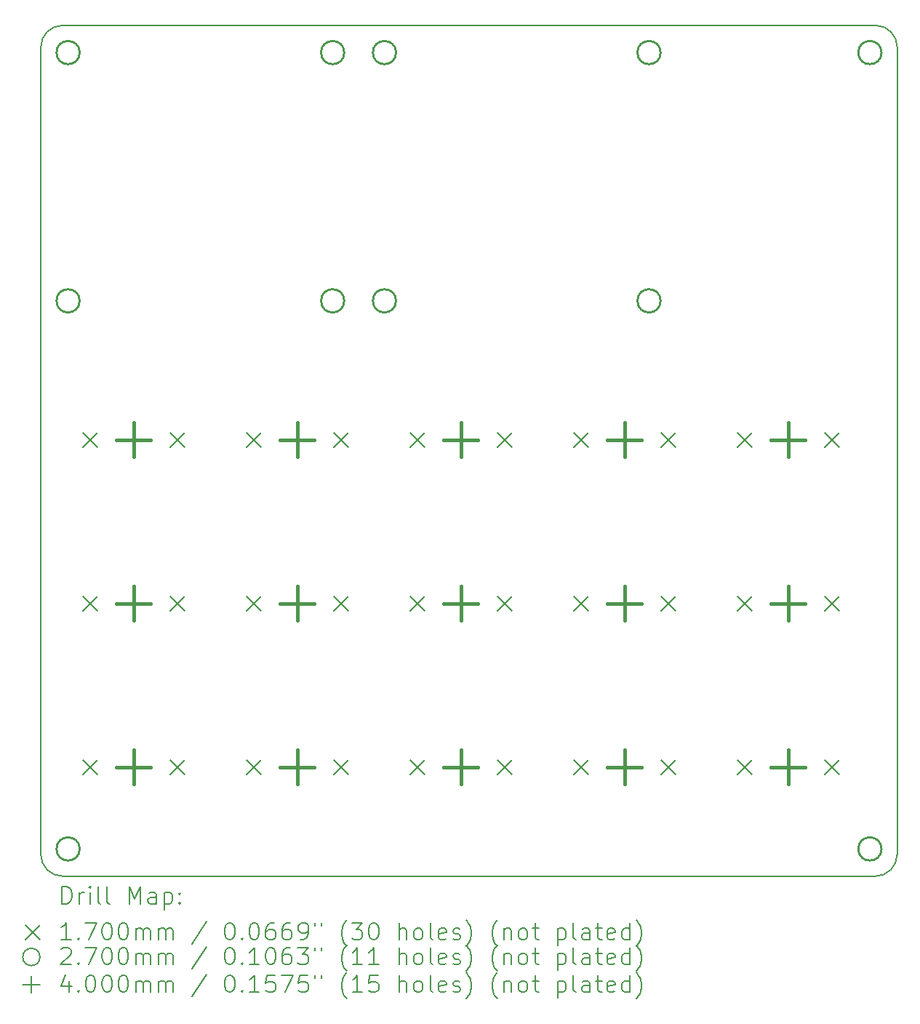
<source format=gbr>
%TF.GenerationSoftware,KiCad,Pcbnew,(6.0.9)*%
%TF.CreationDate,2022-12-25T13:59:37+01:00*%
%TF.ProjectId,FireKey,46697265-4b65-4792-9e6b-696361645f70,1.0.0*%
%TF.SameCoordinates,Original*%
%TF.FileFunction,Drillmap*%
%TF.FilePolarity,Positive*%
%FSLAX45Y45*%
G04 Gerber Fmt 4.5, Leading zero omitted, Abs format (unit mm)*
G04 Created by KiCad (PCBNEW (6.0.9)) date 2022-12-25 13:59:37*
%MOMM*%
%LPD*%
G01*
G04 APERTURE LIST*
%ADD10C,0.200000*%
%ADD11C,0.170000*%
%ADD12C,0.270000*%
%ADD13C,0.400000*%
G04 APERTURE END LIST*
D10*
X24955500Y-3810000D02*
X15494000Y-3810000D01*
X24955500Y-13716000D02*
X15494000Y-13716000D01*
X15240000Y-13462000D02*
G75*
G03*
X15494000Y-13716000I254000J0D01*
G01*
X24955500Y-13716000D02*
G75*
G03*
X25209500Y-13462000I0J254000D01*
G01*
X25209500Y-4064000D02*
G75*
G03*
X24955500Y-3810000I-254000J0D01*
G01*
X15494000Y-3810000D02*
G75*
G03*
X15240000Y-4064000I0J-254000D01*
G01*
X25209500Y-4064000D02*
X25209500Y-13462000D01*
X15240000Y-13462000D02*
X15240000Y-4064000D01*
D11*
X15726500Y-8551000D02*
X15896500Y-8721000D01*
X15896500Y-8551000D02*
X15726500Y-8721000D01*
X15726500Y-10456000D02*
X15896500Y-10626000D01*
X15896500Y-10456000D02*
X15726500Y-10626000D01*
X15726500Y-12361000D02*
X15896500Y-12531000D01*
X15896500Y-12361000D02*
X15726500Y-12531000D01*
X16742500Y-8551000D02*
X16912500Y-8721000D01*
X16912500Y-8551000D02*
X16742500Y-8721000D01*
X16742500Y-10456000D02*
X16912500Y-10626000D01*
X16912500Y-10456000D02*
X16742500Y-10626000D01*
X16742500Y-12361000D02*
X16912500Y-12531000D01*
X16912500Y-12361000D02*
X16742500Y-12531000D01*
X17631500Y-8551000D02*
X17801500Y-8721000D01*
X17801500Y-8551000D02*
X17631500Y-8721000D01*
X17631500Y-10456000D02*
X17801500Y-10626000D01*
X17801500Y-10456000D02*
X17631500Y-10626000D01*
X17631500Y-12361000D02*
X17801500Y-12531000D01*
X17801500Y-12361000D02*
X17631500Y-12531000D01*
X18647500Y-8551000D02*
X18817500Y-8721000D01*
X18817500Y-8551000D02*
X18647500Y-8721000D01*
X18647500Y-10456000D02*
X18817500Y-10626000D01*
X18817500Y-10456000D02*
X18647500Y-10626000D01*
X18647500Y-12361000D02*
X18817500Y-12531000D01*
X18817500Y-12361000D02*
X18647500Y-12531000D01*
X19536500Y-8551000D02*
X19706500Y-8721000D01*
X19706500Y-8551000D02*
X19536500Y-8721000D01*
X19536500Y-10456000D02*
X19706500Y-10626000D01*
X19706500Y-10456000D02*
X19536500Y-10626000D01*
X19536500Y-12361000D02*
X19706500Y-12531000D01*
X19706500Y-12361000D02*
X19536500Y-12531000D01*
X20552500Y-8551000D02*
X20722500Y-8721000D01*
X20722500Y-8551000D02*
X20552500Y-8721000D01*
X20552500Y-10456000D02*
X20722500Y-10626000D01*
X20722500Y-10456000D02*
X20552500Y-10626000D01*
X20552500Y-12361000D02*
X20722500Y-12531000D01*
X20722500Y-12361000D02*
X20552500Y-12531000D01*
X21441500Y-8551000D02*
X21611500Y-8721000D01*
X21611500Y-8551000D02*
X21441500Y-8721000D01*
X21441500Y-10456000D02*
X21611500Y-10626000D01*
X21611500Y-10456000D02*
X21441500Y-10626000D01*
X21441500Y-12361000D02*
X21611500Y-12531000D01*
X21611500Y-12361000D02*
X21441500Y-12531000D01*
X22457500Y-8551000D02*
X22627500Y-8721000D01*
X22627500Y-8551000D02*
X22457500Y-8721000D01*
X22457500Y-10456000D02*
X22627500Y-10626000D01*
X22627500Y-10456000D02*
X22457500Y-10626000D01*
X22457500Y-12361000D02*
X22627500Y-12531000D01*
X22627500Y-12361000D02*
X22457500Y-12531000D01*
X23346500Y-8551000D02*
X23516500Y-8721000D01*
X23516500Y-8551000D02*
X23346500Y-8721000D01*
X23346500Y-10456000D02*
X23516500Y-10626000D01*
X23516500Y-10456000D02*
X23346500Y-10626000D01*
X23346500Y-12361000D02*
X23516500Y-12531000D01*
X23516500Y-12361000D02*
X23346500Y-12531000D01*
X24362500Y-8551000D02*
X24532500Y-8721000D01*
X24532500Y-8551000D02*
X24362500Y-8721000D01*
X24362500Y-10456000D02*
X24532500Y-10626000D01*
X24532500Y-10456000D02*
X24362500Y-10626000D01*
X24362500Y-12361000D02*
X24532500Y-12531000D01*
X24532500Y-12361000D02*
X24362500Y-12531000D01*
D12*
X15692500Y-4127500D02*
G75*
G03*
X15692500Y-4127500I-135000J0D01*
G01*
X15692500Y-7017500D02*
G75*
G03*
X15692500Y-7017500I-135000J0D01*
G01*
X15692500Y-13398500D02*
G75*
G03*
X15692500Y-13398500I-135000J0D01*
G01*
X18772500Y-4127500D02*
G75*
G03*
X18772500Y-4127500I-135000J0D01*
G01*
X18772500Y-7017500D02*
G75*
G03*
X18772500Y-7017500I-135000J0D01*
G01*
X19375500Y-4127500D02*
G75*
G03*
X19375500Y-4127500I-135000J0D01*
G01*
X19375500Y-7017500D02*
G75*
G03*
X19375500Y-7017500I-135000J0D01*
G01*
X22455500Y-4127500D02*
G75*
G03*
X22455500Y-4127500I-135000J0D01*
G01*
X22455500Y-7017500D02*
G75*
G03*
X22455500Y-7017500I-135000J0D01*
G01*
X25027000Y-4127500D02*
G75*
G03*
X25027000Y-4127500I-135000J0D01*
G01*
X25027000Y-13398500D02*
G75*
G03*
X25027000Y-13398500I-135000J0D01*
G01*
D13*
X16319500Y-8436000D02*
X16319500Y-8836000D01*
X16119500Y-8636000D02*
X16519500Y-8636000D01*
X16319500Y-10341000D02*
X16319500Y-10741000D01*
X16119500Y-10541000D02*
X16519500Y-10541000D01*
X16319500Y-12246000D02*
X16319500Y-12646000D01*
X16119500Y-12446000D02*
X16519500Y-12446000D01*
X18224500Y-8436000D02*
X18224500Y-8836000D01*
X18024500Y-8636000D02*
X18424500Y-8636000D01*
X18224500Y-10341000D02*
X18224500Y-10741000D01*
X18024500Y-10541000D02*
X18424500Y-10541000D01*
X18224500Y-12246000D02*
X18224500Y-12646000D01*
X18024500Y-12446000D02*
X18424500Y-12446000D01*
X20129500Y-8436000D02*
X20129500Y-8836000D01*
X19929500Y-8636000D02*
X20329500Y-8636000D01*
X20129500Y-10341000D02*
X20129500Y-10741000D01*
X19929500Y-10541000D02*
X20329500Y-10541000D01*
X20129500Y-12246000D02*
X20129500Y-12646000D01*
X19929500Y-12446000D02*
X20329500Y-12446000D01*
X22034500Y-8436000D02*
X22034500Y-8836000D01*
X21834500Y-8636000D02*
X22234500Y-8636000D01*
X22034500Y-10341000D02*
X22034500Y-10741000D01*
X21834500Y-10541000D02*
X22234500Y-10541000D01*
X22034500Y-12246000D02*
X22034500Y-12646000D01*
X21834500Y-12446000D02*
X22234500Y-12446000D01*
X23939500Y-8436000D02*
X23939500Y-8836000D01*
X23739500Y-8636000D02*
X24139500Y-8636000D01*
X23939500Y-10341000D02*
X23939500Y-10741000D01*
X23739500Y-10541000D02*
X24139500Y-10541000D01*
X23939500Y-12246000D02*
X23939500Y-12646000D01*
X23739500Y-12446000D02*
X24139500Y-12446000D01*
D10*
X15487619Y-14036476D02*
X15487619Y-13836476D01*
X15535238Y-13836476D01*
X15563809Y-13846000D01*
X15582857Y-13865048D01*
X15592381Y-13884095D01*
X15601905Y-13922190D01*
X15601905Y-13950762D01*
X15592381Y-13988857D01*
X15582857Y-14007905D01*
X15563809Y-14026952D01*
X15535238Y-14036476D01*
X15487619Y-14036476D01*
X15687619Y-14036476D02*
X15687619Y-13903143D01*
X15687619Y-13941238D02*
X15697143Y-13922190D01*
X15706667Y-13912667D01*
X15725714Y-13903143D01*
X15744762Y-13903143D01*
X15811428Y-14036476D02*
X15811428Y-13903143D01*
X15811428Y-13836476D02*
X15801905Y-13846000D01*
X15811428Y-13855524D01*
X15820952Y-13846000D01*
X15811428Y-13836476D01*
X15811428Y-13855524D01*
X15935238Y-14036476D02*
X15916190Y-14026952D01*
X15906667Y-14007905D01*
X15906667Y-13836476D01*
X16040000Y-14036476D02*
X16020952Y-14026952D01*
X16011428Y-14007905D01*
X16011428Y-13836476D01*
X16268571Y-14036476D02*
X16268571Y-13836476D01*
X16335238Y-13979333D01*
X16401905Y-13836476D01*
X16401905Y-14036476D01*
X16582857Y-14036476D02*
X16582857Y-13931714D01*
X16573333Y-13912667D01*
X16554286Y-13903143D01*
X16516190Y-13903143D01*
X16497143Y-13912667D01*
X16582857Y-14026952D02*
X16563809Y-14036476D01*
X16516190Y-14036476D01*
X16497143Y-14026952D01*
X16487619Y-14007905D01*
X16487619Y-13988857D01*
X16497143Y-13969809D01*
X16516190Y-13960286D01*
X16563809Y-13960286D01*
X16582857Y-13950762D01*
X16678095Y-13903143D02*
X16678095Y-14103143D01*
X16678095Y-13912667D02*
X16697143Y-13903143D01*
X16735238Y-13903143D01*
X16754286Y-13912667D01*
X16763809Y-13922190D01*
X16773333Y-13941238D01*
X16773333Y-13998381D01*
X16763809Y-14017428D01*
X16754286Y-14026952D01*
X16735238Y-14036476D01*
X16697143Y-14036476D01*
X16678095Y-14026952D01*
X16859048Y-14017428D02*
X16868571Y-14026952D01*
X16859048Y-14036476D01*
X16849524Y-14026952D01*
X16859048Y-14017428D01*
X16859048Y-14036476D01*
X16859048Y-13912667D02*
X16868571Y-13922190D01*
X16859048Y-13931714D01*
X16849524Y-13922190D01*
X16859048Y-13912667D01*
X16859048Y-13931714D01*
D11*
X15060000Y-14281000D02*
X15230000Y-14451000D01*
X15230000Y-14281000D02*
X15060000Y-14451000D01*
D10*
X15592381Y-14456476D02*
X15478095Y-14456476D01*
X15535238Y-14456476D02*
X15535238Y-14256476D01*
X15516190Y-14285048D01*
X15497143Y-14304095D01*
X15478095Y-14313619D01*
X15678095Y-14437428D02*
X15687619Y-14446952D01*
X15678095Y-14456476D01*
X15668571Y-14446952D01*
X15678095Y-14437428D01*
X15678095Y-14456476D01*
X15754286Y-14256476D02*
X15887619Y-14256476D01*
X15801905Y-14456476D01*
X16001905Y-14256476D02*
X16020952Y-14256476D01*
X16040000Y-14266000D01*
X16049524Y-14275524D01*
X16059048Y-14294571D01*
X16068571Y-14332667D01*
X16068571Y-14380286D01*
X16059048Y-14418381D01*
X16049524Y-14437428D01*
X16040000Y-14446952D01*
X16020952Y-14456476D01*
X16001905Y-14456476D01*
X15982857Y-14446952D01*
X15973333Y-14437428D01*
X15963809Y-14418381D01*
X15954286Y-14380286D01*
X15954286Y-14332667D01*
X15963809Y-14294571D01*
X15973333Y-14275524D01*
X15982857Y-14266000D01*
X16001905Y-14256476D01*
X16192381Y-14256476D02*
X16211428Y-14256476D01*
X16230476Y-14266000D01*
X16240000Y-14275524D01*
X16249524Y-14294571D01*
X16259048Y-14332667D01*
X16259048Y-14380286D01*
X16249524Y-14418381D01*
X16240000Y-14437428D01*
X16230476Y-14446952D01*
X16211428Y-14456476D01*
X16192381Y-14456476D01*
X16173333Y-14446952D01*
X16163809Y-14437428D01*
X16154286Y-14418381D01*
X16144762Y-14380286D01*
X16144762Y-14332667D01*
X16154286Y-14294571D01*
X16163809Y-14275524D01*
X16173333Y-14266000D01*
X16192381Y-14256476D01*
X16344762Y-14456476D02*
X16344762Y-14323143D01*
X16344762Y-14342190D02*
X16354286Y-14332667D01*
X16373333Y-14323143D01*
X16401905Y-14323143D01*
X16420952Y-14332667D01*
X16430476Y-14351714D01*
X16430476Y-14456476D01*
X16430476Y-14351714D02*
X16440000Y-14332667D01*
X16459048Y-14323143D01*
X16487619Y-14323143D01*
X16506667Y-14332667D01*
X16516190Y-14351714D01*
X16516190Y-14456476D01*
X16611428Y-14456476D02*
X16611428Y-14323143D01*
X16611428Y-14342190D02*
X16620952Y-14332667D01*
X16640000Y-14323143D01*
X16668571Y-14323143D01*
X16687619Y-14332667D01*
X16697143Y-14351714D01*
X16697143Y-14456476D01*
X16697143Y-14351714D02*
X16706667Y-14332667D01*
X16725714Y-14323143D01*
X16754286Y-14323143D01*
X16773333Y-14332667D01*
X16782857Y-14351714D01*
X16782857Y-14456476D01*
X17173333Y-14246952D02*
X17001905Y-14504095D01*
X17430476Y-14256476D02*
X17449524Y-14256476D01*
X17468571Y-14266000D01*
X17478095Y-14275524D01*
X17487619Y-14294571D01*
X17497143Y-14332667D01*
X17497143Y-14380286D01*
X17487619Y-14418381D01*
X17478095Y-14437428D01*
X17468571Y-14446952D01*
X17449524Y-14456476D01*
X17430476Y-14456476D01*
X17411429Y-14446952D01*
X17401905Y-14437428D01*
X17392381Y-14418381D01*
X17382857Y-14380286D01*
X17382857Y-14332667D01*
X17392381Y-14294571D01*
X17401905Y-14275524D01*
X17411429Y-14266000D01*
X17430476Y-14256476D01*
X17582857Y-14437428D02*
X17592381Y-14446952D01*
X17582857Y-14456476D01*
X17573333Y-14446952D01*
X17582857Y-14437428D01*
X17582857Y-14456476D01*
X17716190Y-14256476D02*
X17735238Y-14256476D01*
X17754286Y-14266000D01*
X17763810Y-14275524D01*
X17773333Y-14294571D01*
X17782857Y-14332667D01*
X17782857Y-14380286D01*
X17773333Y-14418381D01*
X17763810Y-14437428D01*
X17754286Y-14446952D01*
X17735238Y-14456476D01*
X17716190Y-14456476D01*
X17697143Y-14446952D01*
X17687619Y-14437428D01*
X17678095Y-14418381D01*
X17668571Y-14380286D01*
X17668571Y-14332667D01*
X17678095Y-14294571D01*
X17687619Y-14275524D01*
X17697143Y-14266000D01*
X17716190Y-14256476D01*
X17954286Y-14256476D02*
X17916190Y-14256476D01*
X17897143Y-14266000D01*
X17887619Y-14275524D01*
X17868571Y-14304095D01*
X17859048Y-14342190D01*
X17859048Y-14418381D01*
X17868571Y-14437428D01*
X17878095Y-14446952D01*
X17897143Y-14456476D01*
X17935238Y-14456476D01*
X17954286Y-14446952D01*
X17963810Y-14437428D01*
X17973333Y-14418381D01*
X17973333Y-14370762D01*
X17963810Y-14351714D01*
X17954286Y-14342190D01*
X17935238Y-14332667D01*
X17897143Y-14332667D01*
X17878095Y-14342190D01*
X17868571Y-14351714D01*
X17859048Y-14370762D01*
X18144762Y-14256476D02*
X18106667Y-14256476D01*
X18087619Y-14266000D01*
X18078095Y-14275524D01*
X18059048Y-14304095D01*
X18049524Y-14342190D01*
X18049524Y-14418381D01*
X18059048Y-14437428D01*
X18068571Y-14446952D01*
X18087619Y-14456476D01*
X18125714Y-14456476D01*
X18144762Y-14446952D01*
X18154286Y-14437428D01*
X18163810Y-14418381D01*
X18163810Y-14370762D01*
X18154286Y-14351714D01*
X18144762Y-14342190D01*
X18125714Y-14332667D01*
X18087619Y-14332667D01*
X18068571Y-14342190D01*
X18059048Y-14351714D01*
X18049524Y-14370762D01*
X18259048Y-14456476D02*
X18297143Y-14456476D01*
X18316190Y-14446952D01*
X18325714Y-14437428D01*
X18344762Y-14408857D01*
X18354286Y-14370762D01*
X18354286Y-14294571D01*
X18344762Y-14275524D01*
X18335238Y-14266000D01*
X18316190Y-14256476D01*
X18278095Y-14256476D01*
X18259048Y-14266000D01*
X18249524Y-14275524D01*
X18240000Y-14294571D01*
X18240000Y-14342190D01*
X18249524Y-14361238D01*
X18259048Y-14370762D01*
X18278095Y-14380286D01*
X18316190Y-14380286D01*
X18335238Y-14370762D01*
X18344762Y-14361238D01*
X18354286Y-14342190D01*
X18430476Y-14256476D02*
X18430476Y-14294571D01*
X18506667Y-14256476D02*
X18506667Y-14294571D01*
X18801905Y-14532667D02*
X18792381Y-14523143D01*
X18773333Y-14494571D01*
X18763810Y-14475524D01*
X18754286Y-14446952D01*
X18744762Y-14399333D01*
X18744762Y-14361238D01*
X18754286Y-14313619D01*
X18763810Y-14285048D01*
X18773333Y-14266000D01*
X18792381Y-14237428D01*
X18801905Y-14227905D01*
X18859048Y-14256476D02*
X18982857Y-14256476D01*
X18916190Y-14332667D01*
X18944762Y-14332667D01*
X18963810Y-14342190D01*
X18973333Y-14351714D01*
X18982857Y-14370762D01*
X18982857Y-14418381D01*
X18973333Y-14437428D01*
X18963810Y-14446952D01*
X18944762Y-14456476D01*
X18887619Y-14456476D01*
X18868571Y-14446952D01*
X18859048Y-14437428D01*
X19106667Y-14256476D02*
X19125714Y-14256476D01*
X19144762Y-14266000D01*
X19154286Y-14275524D01*
X19163810Y-14294571D01*
X19173333Y-14332667D01*
X19173333Y-14380286D01*
X19163810Y-14418381D01*
X19154286Y-14437428D01*
X19144762Y-14446952D01*
X19125714Y-14456476D01*
X19106667Y-14456476D01*
X19087619Y-14446952D01*
X19078095Y-14437428D01*
X19068571Y-14418381D01*
X19059048Y-14380286D01*
X19059048Y-14332667D01*
X19068571Y-14294571D01*
X19078095Y-14275524D01*
X19087619Y-14266000D01*
X19106667Y-14256476D01*
X19411429Y-14456476D02*
X19411429Y-14256476D01*
X19497143Y-14456476D02*
X19497143Y-14351714D01*
X19487619Y-14332667D01*
X19468571Y-14323143D01*
X19440000Y-14323143D01*
X19420952Y-14332667D01*
X19411429Y-14342190D01*
X19620952Y-14456476D02*
X19601905Y-14446952D01*
X19592381Y-14437428D01*
X19582857Y-14418381D01*
X19582857Y-14361238D01*
X19592381Y-14342190D01*
X19601905Y-14332667D01*
X19620952Y-14323143D01*
X19649524Y-14323143D01*
X19668571Y-14332667D01*
X19678095Y-14342190D01*
X19687619Y-14361238D01*
X19687619Y-14418381D01*
X19678095Y-14437428D01*
X19668571Y-14446952D01*
X19649524Y-14456476D01*
X19620952Y-14456476D01*
X19801905Y-14456476D02*
X19782857Y-14446952D01*
X19773333Y-14427905D01*
X19773333Y-14256476D01*
X19954286Y-14446952D02*
X19935238Y-14456476D01*
X19897143Y-14456476D01*
X19878095Y-14446952D01*
X19868571Y-14427905D01*
X19868571Y-14351714D01*
X19878095Y-14332667D01*
X19897143Y-14323143D01*
X19935238Y-14323143D01*
X19954286Y-14332667D01*
X19963810Y-14351714D01*
X19963810Y-14370762D01*
X19868571Y-14389809D01*
X20040000Y-14446952D02*
X20059048Y-14456476D01*
X20097143Y-14456476D01*
X20116190Y-14446952D01*
X20125714Y-14427905D01*
X20125714Y-14418381D01*
X20116190Y-14399333D01*
X20097143Y-14389809D01*
X20068571Y-14389809D01*
X20049524Y-14380286D01*
X20040000Y-14361238D01*
X20040000Y-14351714D01*
X20049524Y-14332667D01*
X20068571Y-14323143D01*
X20097143Y-14323143D01*
X20116190Y-14332667D01*
X20192381Y-14532667D02*
X20201905Y-14523143D01*
X20220952Y-14494571D01*
X20230476Y-14475524D01*
X20240000Y-14446952D01*
X20249524Y-14399333D01*
X20249524Y-14361238D01*
X20240000Y-14313619D01*
X20230476Y-14285048D01*
X20220952Y-14266000D01*
X20201905Y-14237428D01*
X20192381Y-14227905D01*
X20554286Y-14532667D02*
X20544762Y-14523143D01*
X20525714Y-14494571D01*
X20516190Y-14475524D01*
X20506667Y-14446952D01*
X20497143Y-14399333D01*
X20497143Y-14361238D01*
X20506667Y-14313619D01*
X20516190Y-14285048D01*
X20525714Y-14266000D01*
X20544762Y-14237428D01*
X20554286Y-14227905D01*
X20630476Y-14323143D02*
X20630476Y-14456476D01*
X20630476Y-14342190D02*
X20640000Y-14332667D01*
X20659048Y-14323143D01*
X20687619Y-14323143D01*
X20706667Y-14332667D01*
X20716190Y-14351714D01*
X20716190Y-14456476D01*
X20840000Y-14456476D02*
X20820952Y-14446952D01*
X20811429Y-14437428D01*
X20801905Y-14418381D01*
X20801905Y-14361238D01*
X20811429Y-14342190D01*
X20820952Y-14332667D01*
X20840000Y-14323143D01*
X20868571Y-14323143D01*
X20887619Y-14332667D01*
X20897143Y-14342190D01*
X20906667Y-14361238D01*
X20906667Y-14418381D01*
X20897143Y-14437428D01*
X20887619Y-14446952D01*
X20868571Y-14456476D01*
X20840000Y-14456476D01*
X20963810Y-14323143D02*
X21040000Y-14323143D01*
X20992381Y-14256476D02*
X20992381Y-14427905D01*
X21001905Y-14446952D01*
X21020952Y-14456476D01*
X21040000Y-14456476D01*
X21259048Y-14323143D02*
X21259048Y-14523143D01*
X21259048Y-14332667D02*
X21278095Y-14323143D01*
X21316190Y-14323143D01*
X21335238Y-14332667D01*
X21344762Y-14342190D01*
X21354286Y-14361238D01*
X21354286Y-14418381D01*
X21344762Y-14437428D01*
X21335238Y-14446952D01*
X21316190Y-14456476D01*
X21278095Y-14456476D01*
X21259048Y-14446952D01*
X21468571Y-14456476D02*
X21449524Y-14446952D01*
X21440000Y-14427905D01*
X21440000Y-14256476D01*
X21630476Y-14456476D02*
X21630476Y-14351714D01*
X21620952Y-14332667D01*
X21601905Y-14323143D01*
X21563810Y-14323143D01*
X21544762Y-14332667D01*
X21630476Y-14446952D02*
X21611429Y-14456476D01*
X21563810Y-14456476D01*
X21544762Y-14446952D01*
X21535238Y-14427905D01*
X21535238Y-14408857D01*
X21544762Y-14389809D01*
X21563810Y-14380286D01*
X21611429Y-14380286D01*
X21630476Y-14370762D01*
X21697143Y-14323143D02*
X21773333Y-14323143D01*
X21725714Y-14256476D02*
X21725714Y-14427905D01*
X21735238Y-14446952D01*
X21754286Y-14456476D01*
X21773333Y-14456476D01*
X21916190Y-14446952D02*
X21897143Y-14456476D01*
X21859048Y-14456476D01*
X21840000Y-14446952D01*
X21830476Y-14427905D01*
X21830476Y-14351714D01*
X21840000Y-14332667D01*
X21859048Y-14323143D01*
X21897143Y-14323143D01*
X21916190Y-14332667D01*
X21925714Y-14351714D01*
X21925714Y-14370762D01*
X21830476Y-14389809D01*
X22097143Y-14456476D02*
X22097143Y-14256476D01*
X22097143Y-14446952D02*
X22078095Y-14456476D01*
X22040000Y-14456476D01*
X22020952Y-14446952D01*
X22011429Y-14437428D01*
X22001905Y-14418381D01*
X22001905Y-14361238D01*
X22011429Y-14342190D01*
X22020952Y-14332667D01*
X22040000Y-14323143D01*
X22078095Y-14323143D01*
X22097143Y-14332667D01*
X22173333Y-14532667D02*
X22182857Y-14523143D01*
X22201905Y-14494571D01*
X22211429Y-14475524D01*
X22220952Y-14446952D01*
X22230476Y-14399333D01*
X22230476Y-14361238D01*
X22220952Y-14313619D01*
X22211429Y-14285048D01*
X22201905Y-14266000D01*
X22182857Y-14237428D01*
X22173333Y-14227905D01*
X15230000Y-14656000D02*
G75*
G03*
X15230000Y-14656000I-100000J0D01*
G01*
X15478095Y-14565524D02*
X15487619Y-14556000D01*
X15506667Y-14546476D01*
X15554286Y-14546476D01*
X15573333Y-14556000D01*
X15582857Y-14565524D01*
X15592381Y-14584571D01*
X15592381Y-14603619D01*
X15582857Y-14632190D01*
X15468571Y-14746476D01*
X15592381Y-14746476D01*
X15678095Y-14727428D02*
X15687619Y-14736952D01*
X15678095Y-14746476D01*
X15668571Y-14736952D01*
X15678095Y-14727428D01*
X15678095Y-14746476D01*
X15754286Y-14546476D02*
X15887619Y-14546476D01*
X15801905Y-14746476D01*
X16001905Y-14546476D02*
X16020952Y-14546476D01*
X16040000Y-14556000D01*
X16049524Y-14565524D01*
X16059048Y-14584571D01*
X16068571Y-14622667D01*
X16068571Y-14670286D01*
X16059048Y-14708381D01*
X16049524Y-14727428D01*
X16040000Y-14736952D01*
X16020952Y-14746476D01*
X16001905Y-14746476D01*
X15982857Y-14736952D01*
X15973333Y-14727428D01*
X15963809Y-14708381D01*
X15954286Y-14670286D01*
X15954286Y-14622667D01*
X15963809Y-14584571D01*
X15973333Y-14565524D01*
X15982857Y-14556000D01*
X16001905Y-14546476D01*
X16192381Y-14546476D02*
X16211428Y-14546476D01*
X16230476Y-14556000D01*
X16240000Y-14565524D01*
X16249524Y-14584571D01*
X16259048Y-14622667D01*
X16259048Y-14670286D01*
X16249524Y-14708381D01*
X16240000Y-14727428D01*
X16230476Y-14736952D01*
X16211428Y-14746476D01*
X16192381Y-14746476D01*
X16173333Y-14736952D01*
X16163809Y-14727428D01*
X16154286Y-14708381D01*
X16144762Y-14670286D01*
X16144762Y-14622667D01*
X16154286Y-14584571D01*
X16163809Y-14565524D01*
X16173333Y-14556000D01*
X16192381Y-14546476D01*
X16344762Y-14746476D02*
X16344762Y-14613143D01*
X16344762Y-14632190D02*
X16354286Y-14622667D01*
X16373333Y-14613143D01*
X16401905Y-14613143D01*
X16420952Y-14622667D01*
X16430476Y-14641714D01*
X16430476Y-14746476D01*
X16430476Y-14641714D02*
X16440000Y-14622667D01*
X16459048Y-14613143D01*
X16487619Y-14613143D01*
X16506667Y-14622667D01*
X16516190Y-14641714D01*
X16516190Y-14746476D01*
X16611428Y-14746476D02*
X16611428Y-14613143D01*
X16611428Y-14632190D02*
X16620952Y-14622667D01*
X16640000Y-14613143D01*
X16668571Y-14613143D01*
X16687619Y-14622667D01*
X16697143Y-14641714D01*
X16697143Y-14746476D01*
X16697143Y-14641714D02*
X16706667Y-14622667D01*
X16725714Y-14613143D01*
X16754286Y-14613143D01*
X16773333Y-14622667D01*
X16782857Y-14641714D01*
X16782857Y-14746476D01*
X17173333Y-14536952D02*
X17001905Y-14794095D01*
X17430476Y-14546476D02*
X17449524Y-14546476D01*
X17468571Y-14556000D01*
X17478095Y-14565524D01*
X17487619Y-14584571D01*
X17497143Y-14622667D01*
X17497143Y-14670286D01*
X17487619Y-14708381D01*
X17478095Y-14727428D01*
X17468571Y-14736952D01*
X17449524Y-14746476D01*
X17430476Y-14746476D01*
X17411429Y-14736952D01*
X17401905Y-14727428D01*
X17392381Y-14708381D01*
X17382857Y-14670286D01*
X17382857Y-14622667D01*
X17392381Y-14584571D01*
X17401905Y-14565524D01*
X17411429Y-14556000D01*
X17430476Y-14546476D01*
X17582857Y-14727428D02*
X17592381Y-14736952D01*
X17582857Y-14746476D01*
X17573333Y-14736952D01*
X17582857Y-14727428D01*
X17582857Y-14746476D01*
X17782857Y-14746476D02*
X17668571Y-14746476D01*
X17725714Y-14746476D02*
X17725714Y-14546476D01*
X17706667Y-14575048D01*
X17687619Y-14594095D01*
X17668571Y-14603619D01*
X17906667Y-14546476D02*
X17925714Y-14546476D01*
X17944762Y-14556000D01*
X17954286Y-14565524D01*
X17963810Y-14584571D01*
X17973333Y-14622667D01*
X17973333Y-14670286D01*
X17963810Y-14708381D01*
X17954286Y-14727428D01*
X17944762Y-14736952D01*
X17925714Y-14746476D01*
X17906667Y-14746476D01*
X17887619Y-14736952D01*
X17878095Y-14727428D01*
X17868571Y-14708381D01*
X17859048Y-14670286D01*
X17859048Y-14622667D01*
X17868571Y-14584571D01*
X17878095Y-14565524D01*
X17887619Y-14556000D01*
X17906667Y-14546476D01*
X18144762Y-14546476D02*
X18106667Y-14546476D01*
X18087619Y-14556000D01*
X18078095Y-14565524D01*
X18059048Y-14594095D01*
X18049524Y-14632190D01*
X18049524Y-14708381D01*
X18059048Y-14727428D01*
X18068571Y-14736952D01*
X18087619Y-14746476D01*
X18125714Y-14746476D01*
X18144762Y-14736952D01*
X18154286Y-14727428D01*
X18163810Y-14708381D01*
X18163810Y-14660762D01*
X18154286Y-14641714D01*
X18144762Y-14632190D01*
X18125714Y-14622667D01*
X18087619Y-14622667D01*
X18068571Y-14632190D01*
X18059048Y-14641714D01*
X18049524Y-14660762D01*
X18230476Y-14546476D02*
X18354286Y-14546476D01*
X18287619Y-14622667D01*
X18316190Y-14622667D01*
X18335238Y-14632190D01*
X18344762Y-14641714D01*
X18354286Y-14660762D01*
X18354286Y-14708381D01*
X18344762Y-14727428D01*
X18335238Y-14736952D01*
X18316190Y-14746476D01*
X18259048Y-14746476D01*
X18240000Y-14736952D01*
X18230476Y-14727428D01*
X18430476Y-14546476D02*
X18430476Y-14584571D01*
X18506667Y-14546476D02*
X18506667Y-14584571D01*
X18801905Y-14822667D02*
X18792381Y-14813143D01*
X18773333Y-14784571D01*
X18763810Y-14765524D01*
X18754286Y-14736952D01*
X18744762Y-14689333D01*
X18744762Y-14651238D01*
X18754286Y-14603619D01*
X18763810Y-14575048D01*
X18773333Y-14556000D01*
X18792381Y-14527428D01*
X18801905Y-14517905D01*
X18982857Y-14746476D02*
X18868571Y-14746476D01*
X18925714Y-14746476D02*
X18925714Y-14546476D01*
X18906667Y-14575048D01*
X18887619Y-14594095D01*
X18868571Y-14603619D01*
X19173333Y-14746476D02*
X19059048Y-14746476D01*
X19116190Y-14746476D02*
X19116190Y-14546476D01*
X19097143Y-14575048D01*
X19078095Y-14594095D01*
X19059048Y-14603619D01*
X19411429Y-14746476D02*
X19411429Y-14546476D01*
X19497143Y-14746476D02*
X19497143Y-14641714D01*
X19487619Y-14622667D01*
X19468571Y-14613143D01*
X19440000Y-14613143D01*
X19420952Y-14622667D01*
X19411429Y-14632190D01*
X19620952Y-14746476D02*
X19601905Y-14736952D01*
X19592381Y-14727428D01*
X19582857Y-14708381D01*
X19582857Y-14651238D01*
X19592381Y-14632190D01*
X19601905Y-14622667D01*
X19620952Y-14613143D01*
X19649524Y-14613143D01*
X19668571Y-14622667D01*
X19678095Y-14632190D01*
X19687619Y-14651238D01*
X19687619Y-14708381D01*
X19678095Y-14727428D01*
X19668571Y-14736952D01*
X19649524Y-14746476D01*
X19620952Y-14746476D01*
X19801905Y-14746476D02*
X19782857Y-14736952D01*
X19773333Y-14717905D01*
X19773333Y-14546476D01*
X19954286Y-14736952D02*
X19935238Y-14746476D01*
X19897143Y-14746476D01*
X19878095Y-14736952D01*
X19868571Y-14717905D01*
X19868571Y-14641714D01*
X19878095Y-14622667D01*
X19897143Y-14613143D01*
X19935238Y-14613143D01*
X19954286Y-14622667D01*
X19963810Y-14641714D01*
X19963810Y-14660762D01*
X19868571Y-14679809D01*
X20040000Y-14736952D02*
X20059048Y-14746476D01*
X20097143Y-14746476D01*
X20116190Y-14736952D01*
X20125714Y-14717905D01*
X20125714Y-14708381D01*
X20116190Y-14689333D01*
X20097143Y-14679809D01*
X20068571Y-14679809D01*
X20049524Y-14670286D01*
X20040000Y-14651238D01*
X20040000Y-14641714D01*
X20049524Y-14622667D01*
X20068571Y-14613143D01*
X20097143Y-14613143D01*
X20116190Y-14622667D01*
X20192381Y-14822667D02*
X20201905Y-14813143D01*
X20220952Y-14784571D01*
X20230476Y-14765524D01*
X20240000Y-14736952D01*
X20249524Y-14689333D01*
X20249524Y-14651238D01*
X20240000Y-14603619D01*
X20230476Y-14575048D01*
X20220952Y-14556000D01*
X20201905Y-14527428D01*
X20192381Y-14517905D01*
X20554286Y-14822667D02*
X20544762Y-14813143D01*
X20525714Y-14784571D01*
X20516190Y-14765524D01*
X20506667Y-14736952D01*
X20497143Y-14689333D01*
X20497143Y-14651238D01*
X20506667Y-14603619D01*
X20516190Y-14575048D01*
X20525714Y-14556000D01*
X20544762Y-14527428D01*
X20554286Y-14517905D01*
X20630476Y-14613143D02*
X20630476Y-14746476D01*
X20630476Y-14632190D02*
X20640000Y-14622667D01*
X20659048Y-14613143D01*
X20687619Y-14613143D01*
X20706667Y-14622667D01*
X20716190Y-14641714D01*
X20716190Y-14746476D01*
X20840000Y-14746476D02*
X20820952Y-14736952D01*
X20811429Y-14727428D01*
X20801905Y-14708381D01*
X20801905Y-14651238D01*
X20811429Y-14632190D01*
X20820952Y-14622667D01*
X20840000Y-14613143D01*
X20868571Y-14613143D01*
X20887619Y-14622667D01*
X20897143Y-14632190D01*
X20906667Y-14651238D01*
X20906667Y-14708381D01*
X20897143Y-14727428D01*
X20887619Y-14736952D01*
X20868571Y-14746476D01*
X20840000Y-14746476D01*
X20963810Y-14613143D02*
X21040000Y-14613143D01*
X20992381Y-14546476D02*
X20992381Y-14717905D01*
X21001905Y-14736952D01*
X21020952Y-14746476D01*
X21040000Y-14746476D01*
X21259048Y-14613143D02*
X21259048Y-14813143D01*
X21259048Y-14622667D02*
X21278095Y-14613143D01*
X21316190Y-14613143D01*
X21335238Y-14622667D01*
X21344762Y-14632190D01*
X21354286Y-14651238D01*
X21354286Y-14708381D01*
X21344762Y-14727428D01*
X21335238Y-14736952D01*
X21316190Y-14746476D01*
X21278095Y-14746476D01*
X21259048Y-14736952D01*
X21468571Y-14746476D02*
X21449524Y-14736952D01*
X21440000Y-14717905D01*
X21440000Y-14546476D01*
X21630476Y-14746476D02*
X21630476Y-14641714D01*
X21620952Y-14622667D01*
X21601905Y-14613143D01*
X21563810Y-14613143D01*
X21544762Y-14622667D01*
X21630476Y-14736952D02*
X21611429Y-14746476D01*
X21563810Y-14746476D01*
X21544762Y-14736952D01*
X21535238Y-14717905D01*
X21535238Y-14698857D01*
X21544762Y-14679809D01*
X21563810Y-14670286D01*
X21611429Y-14670286D01*
X21630476Y-14660762D01*
X21697143Y-14613143D02*
X21773333Y-14613143D01*
X21725714Y-14546476D02*
X21725714Y-14717905D01*
X21735238Y-14736952D01*
X21754286Y-14746476D01*
X21773333Y-14746476D01*
X21916190Y-14736952D02*
X21897143Y-14746476D01*
X21859048Y-14746476D01*
X21840000Y-14736952D01*
X21830476Y-14717905D01*
X21830476Y-14641714D01*
X21840000Y-14622667D01*
X21859048Y-14613143D01*
X21897143Y-14613143D01*
X21916190Y-14622667D01*
X21925714Y-14641714D01*
X21925714Y-14660762D01*
X21830476Y-14679809D01*
X22097143Y-14746476D02*
X22097143Y-14546476D01*
X22097143Y-14736952D02*
X22078095Y-14746476D01*
X22040000Y-14746476D01*
X22020952Y-14736952D01*
X22011429Y-14727428D01*
X22001905Y-14708381D01*
X22001905Y-14651238D01*
X22011429Y-14632190D01*
X22020952Y-14622667D01*
X22040000Y-14613143D01*
X22078095Y-14613143D01*
X22097143Y-14622667D01*
X22173333Y-14822667D02*
X22182857Y-14813143D01*
X22201905Y-14784571D01*
X22211429Y-14765524D01*
X22220952Y-14736952D01*
X22230476Y-14689333D01*
X22230476Y-14651238D01*
X22220952Y-14603619D01*
X22211429Y-14575048D01*
X22201905Y-14556000D01*
X22182857Y-14527428D01*
X22173333Y-14517905D01*
X15130000Y-14876000D02*
X15130000Y-15076000D01*
X15030000Y-14976000D02*
X15230000Y-14976000D01*
X15573333Y-14933143D02*
X15573333Y-15066476D01*
X15525714Y-14856952D02*
X15478095Y-14999809D01*
X15601905Y-14999809D01*
X15678095Y-15047428D02*
X15687619Y-15056952D01*
X15678095Y-15066476D01*
X15668571Y-15056952D01*
X15678095Y-15047428D01*
X15678095Y-15066476D01*
X15811428Y-14866476D02*
X15830476Y-14866476D01*
X15849524Y-14876000D01*
X15859048Y-14885524D01*
X15868571Y-14904571D01*
X15878095Y-14942667D01*
X15878095Y-14990286D01*
X15868571Y-15028381D01*
X15859048Y-15047428D01*
X15849524Y-15056952D01*
X15830476Y-15066476D01*
X15811428Y-15066476D01*
X15792381Y-15056952D01*
X15782857Y-15047428D01*
X15773333Y-15028381D01*
X15763809Y-14990286D01*
X15763809Y-14942667D01*
X15773333Y-14904571D01*
X15782857Y-14885524D01*
X15792381Y-14876000D01*
X15811428Y-14866476D01*
X16001905Y-14866476D02*
X16020952Y-14866476D01*
X16040000Y-14876000D01*
X16049524Y-14885524D01*
X16059048Y-14904571D01*
X16068571Y-14942667D01*
X16068571Y-14990286D01*
X16059048Y-15028381D01*
X16049524Y-15047428D01*
X16040000Y-15056952D01*
X16020952Y-15066476D01*
X16001905Y-15066476D01*
X15982857Y-15056952D01*
X15973333Y-15047428D01*
X15963809Y-15028381D01*
X15954286Y-14990286D01*
X15954286Y-14942667D01*
X15963809Y-14904571D01*
X15973333Y-14885524D01*
X15982857Y-14876000D01*
X16001905Y-14866476D01*
X16192381Y-14866476D02*
X16211428Y-14866476D01*
X16230476Y-14876000D01*
X16240000Y-14885524D01*
X16249524Y-14904571D01*
X16259048Y-14942667D01*
X16259048Y-14990286D01*
X16249524Y-15028381D01*
X16240000Y-15047428D01*
X16230476Y-15056952D01*
X16211428Y-15066476D01*
X16192381Y-15066476D01*
X16173333Y-15056952D01*
X16163809Y-15047428D01*
X16154286Y-15028381D01*
X16144762Y-14990286D01*
X16144762Y-14942667D01*
X16154286Y-14904571D01*
X16163809Y-14885524D01*
X16173333Y-14876000D01*
X16192381Y-14866476D01*
X16344762Y-15066476D02*
X16344762Y-14933143D01*
X16344762Y-14952190D02*
X16354286Y-14942667D01*
X16373333Y-14933143D01*
X16401905Y-14933143D01*
X16420952Y-14942667D01*
X16430476Y-14961714D01*
X16430476Y-15066476D01*
X16430476Y-14961714D02*
X16440000Y-14942667D01*
X16459048Y-14933143D01*
X16487619Y-14933143D01*
X16506667Y-14942667D01*
X16516190Y-14961714D01*
X16516190Y-15066476D01*
X16611428Y-15066476D02*
X16611428Y-14933143D01*
X16611428Y-14952190D02*
X16620952Y-14942667D01*
X16640000Y-14933143D01*
X16668571Y-14933143D01*
X16687619Y-14942667D01*
X16697143Y-14961714D01*
X16697143Y-15066476D01*
X16697143Y-14961714D02*
X16706667Y-14942667D01*
X16725714Y-14933143D01*
X16754286Y-14933143D01*
X16773333Y-14942667D01*
X16782857Y-14961714D01*
X16782857Y-15066476D01*
X17173333Y-14856952D02*
X17001905Y-15114095D01*
X17430476Y-14866476D02*
X17449524Y-14866476D01*
X17468571Y-14876000D01*
X17478095Y-14885524D01*
X17487619Y-14904571D01*
X17497143Y-14942667D01*
X17497143Y-14990286D01*
X17487619Y-15028381D01*
X17478095Y-15047428D01*
X17468571Y-15056952D01*
X17449524Y-15066476D01*
X17430476Y-15066476D01*
X17411429Y-15056952D01*
X17401905Y-15047428D01*
X17392381Y-15028381D01*
X17382857Y-14990286D01*
X17382857Y-14942667D01*
X17392381Y-14904571D01*
X17401905Y-14885524D01*
X17411429Y-14876000D01*
X17430476Y-14866476D01*
X17582857Y-15047428D02*
X17592381Y-15056952D01*
X17582857Y-15066476D01*
X17573333Y-15056952D01*
X17582857Y-15047428D01*
X17582857Y-15066476D01*
X17782857Y-15066476D02*
X17668571Y-15066476D01*
X17725714Y-15066476D02*
X17725714Y-14866476D01*
X17706667Y-14895048D01*
X17687619Y-14914095D01*
X17668571Y-14923619D01*
X17963810Y-14866476D02*
X17868571Y-14866476D01*
X17859048Y-14961714D01*
X17868571Y-14952190D01*
X17887619Y-14942667D01*
X17935238Y-14942667D01*
X17954286Y-14952190D01*
X17963810Y-14961714D01*
X17973333Y-14980762D01*
X17973333Y-15028381D01*
X17963810Y-15047428D01*
X17954286Y-15056952D01*
X17935238Y-15066476D01*
X17887619Y-15066476D01*
X17868571Y-15056952D01*
X17859048Y-15047428D01*
X18040000Y-14866476D02*
X18173333Y-14866476D01*
X18087619Y-15066476D01*
X18344762Y-14866476D02*
X18249524Y-14866476D01*
X18240000Y-14961714D01*
X18249524Y-14952190D01*
X18268571Y-14942667D01*
X18316190Y-14942667D01*
X18335238Y-14952190D01*
X18344762Y-14961714D01*
X18354286Y-14980762D01*
X18354286Y-15028381D01*
X18344762Y-15047428D01*
X18335238Y-15056952D01*
X18316190Y-15066476D01*
X18268571Y-15066476D01*
X18249524Y-15056952D01*
X18240000Y-15047428D01*
X18430476Y-14866476D02*
X18430476Y-14904571D01*
X18506667Y-14866476D02*
X18506667Y-14904571D01*
X18801905Y-15142667D02*
X18792381Y-15133143D01*
X18773333Y-15104571D01*
X18763810Y-15085524D01*
X18754286Y-15056952D01*
X18744762Y-15009333D01*
X18744762Y-14971238D01*
X18754286Y-14923619D01*
X18763810Y-14895048D01*
X18773333Y-14876000D01*
X18792381Y-14847428D01*
X18801905Y-14837905D01*
X18982857Y-15066476D02*
X18868571Y-15066476D01*
X18925714Y-15066476D02*
X18925714Y-14866476D01*
X18906667Y-14895048D01*
X18887619Y-14914095D01*
X18868571Y-14923619D01*
X19163810Y-14866476D02*
X19068571Y-14866476D01*
X19059048Y-14961714D01*
X19068571Y-14952190D01*
X19087619Y-14942667D01*
X19135238Y-14942667D01*
X19154286Y-14952190D01*
X19163810Y-14961714D01*
X19173333Y-14980762D01*
X19173333Y-15028381D01*
X19163810Y-15047428D01*
X19154286Y-15056952D01*
X19135238Y-15066476D01*
X19087619Y-15066476D01*
X19068571Y-15056952D01*
X19059048Y-15047428D01*
X19411429Y-15066476D02*
X19411429Y-14866476D01*
X19497143Y-15066476D02*
X19497143Y-14961714D01*
X19487619Y-14942667D01*
X19468571Y-14933143D01*
X19440000Y-14933143D01*
X19420952Y-14942667D01*
X19411429Y-14952190D01*
X19620952Y-15066476D02*
X19601905Y-15056952D01*
X19592381Y-15047428D01*
X19582857Y-15028381D01*
X19582857Y-14971238D01*
X19592381Y-14952190D01*
X19601905Y-14942667D01*
X19620952Y-14933143D01*
X19649524Y-14933143D01*
X19668571Y-14942667D01*
X19678095Y-14952190D01*
X19687619Y-14971238D01*
X19687619Y-15028381D01*
X19678095Y-15047428D01*
X19668571Y-15056952D01*
X19649524Y-15066476D01*
X19620952Y-15066476D01*
X19801905Y-15066476D02*
X19782857Y-15056952D01*
X19773333Y-15037905D01*
X19773333Y-14866476D01*
X19954286Y-15056952D02*
X19935238Y-15066476D01*
X19897143Y-15066476D01*
X19878095Y-15056952D01*
X19868571Y-15037905D01*
X19868571Y-14961714D01*
X19878095Y-14942667D01*
X19897143Y-14933143D01*
X19935238Y-14933143D01*
X19954286Y-14942667D01*
X19963810Y-14961714D01*
X19963810Y-14980762D01*
X19868571Y-14999809D01*
X20040000Y-15056952D02*
X20059048Y-15066476D01*
X20097143Y-15066476D01*
X20116190Y-15056952D01*
X20125714Y-15037905D01*
X20125714Y-15028381D01*
X20116190Y-15009333D01*
X20097143Y-14999809D01*
X20068571Y-14999809D01*
X20049524Y-14990286D01*
X20040000Y-14971238D01*
X20040000Y-14961714D01*
X20049524Y-14942667D01*
X20068571Y-14933143D01*
X20097143Y-14933143D01*
X20116190Y-14942667D01*
X20192381Y-15142667D02*
X20201905Y-15133143D01*
X20220952Y-15104571D01*
X20230476Y-15085524D01*
X20240000Y-15056952D01*
X20249524Y-15009333D01*
X20249524Y-14971238D01*
X20240000Y-14923619D01*
X20230476Y-14895048D01*
X20220952Y-14876000D01*
X20201905Y-14847428D01*
X20192381Y-14837905D01*
X20554286Y-15142667D02*
X20544762Y-15133143D01*
X20525714Y-15104571D01*
X20516190Y-15085524D01*
X20506667Y-15056952D01*
X20497143Y-15009333D01*
X20497143Y-14971238D01*
X20506667Y-14923619D01*
X20516190Y-14895048D01*
X20525714Y-14876000D01*
X20544762Y-14847428D01*
X20554286Y-14837905D01*
X20630476Y-14933143D02*
X20630476Y-15066476D01*
X20630476Y-14952190D02*
X20640000Y-14942667D01*
X20659048Y-14933143D01*
X20687619Y-14933143D01*
X20706667Y-14942667D01*
X20716190Y-14961714D01*
X20716190Y-15066476D01*
X20840000Y-15066476D02*
X20820952Y-15056952D01*
X20811429Y-15047428D01*
X20801905Y-15028381D01*
X20801905Y-14971238D01*
X20811429Y-14952190D01*
X20820952Y-14942667D01*
X20840000Y-14933143D01*
X20868571Y-14933143D01*
X20887619Y-14942667D01*
X20897143Y-14952190D01*
X20906667Y-14971238D01*
X20906667Y-15028381D01*
X20897143Y-15047428D01*
X20887619Y-15056952D01*
X20868571Y-15066476D01*
X20840000Y-15066476D01*
X20963810Y-14933143D02*
X21040000Y-14933143D01*
X20992381Y-14866476D02*
X20992381Y-15037905D01*
X21001905Y-15056952D01*
X21020952Y-15066476D01*
X21040000Y-15066476D01*
X21259048Y-14933143D02*
X21259048Y-15133143D01*
X21259048Y-14942667D02*
X21278095Y-14933143D01*
X21316190Y-14933143D01*
X21335238Y-14942667D01*
X21344762Y-14952190D01*
X21354286Y-14971238D01*
X21354286Y-15028381D01*
X21344762Y-15047428D01*
X21335238Y-15056952D01*
X21316190Y-15066476D01*
X21278095Y-15066476D01*
X21259048Y-15056952D01*
X21468571Y-15066476D02*
X21449524Y-15056952D01*
X21440000Y-15037905D01*
X21440000Y-14866476D01*
X21630476Y-15066476D02*
X21630476Y-14961714D01*
X21620952Y-14942667D01*
X21601905Y-14933143D01*
X21563810Y-14933143D01*
X21544762Y-14942667D01*
X21630476Y-15056952D02*
X21611429Y-15066476D01*
X21563810Y-15066476D01*
X21544762Y-15056952D01*
X21535238Y-15037905D01*
X21535238Y-15018857D01*
X21544762Y-14999809D01*
X21563810Y-14990286D01*
X21611429Y-14990286D01*
X21630476Y-14980762D01*
X21697143Y-14933143D02*
X21773333Y-14933143D01*
X21725714Y-14866476D02*
X21725714Y-15037905D01*
X21735238Y-15056952D01*
X21754286Y-15066476D01*
X21773333Y-15066476D01*
X21916190Y-15056952D02*
X21897143Y-15066476D01*
X21859048Y-15066476D01*
X21840000Y-15056952D01*
X21830476Y-15037905D01*
X21830476Y-14961714D01*
X21840000Y-14942667D01*
X21859048Y-14933143D01*
X21897143Y-14933143D01*
X21916190Y-14942667D01*
X21925714Y-14961714D01*
X21925714Y-14980762D01*
X21830476Y-14999809D01*
X22097143Y-15066476D02*
X22097143Y-14866476D01*
X22097143Y-15056952D02*
X22078095Y-15066476D01*
X22040000Y-15066476D01*
X22020952Y-15056952D01*
X22011429Y-15047428D01*
X22001905Y-15028381D01*
X22001905Y-14971238D01*
X22011429Y-14952190D01*
X22020952Y-14942667D01*
X22040000Y-14933143D01*
X22078095Y-14933143D01*
X22097143Y-14942667D01*
X22173333Y-15142667D02*
X22182857Y-15133143D01*
X22201905Y-15104571D01*
X22211429Y-15085524D01*
X22220952Y-15056952D01*
X22230476Y-15009333D01*
X22230476Y-14971238D01*
X22220952Y-14923619D01*
X22211429Y-14895048D01*
X22201905Y-14876000D01*
X22182857Y-14847428D01*
X22173333Y-14837905D01*
M02*

</source>
